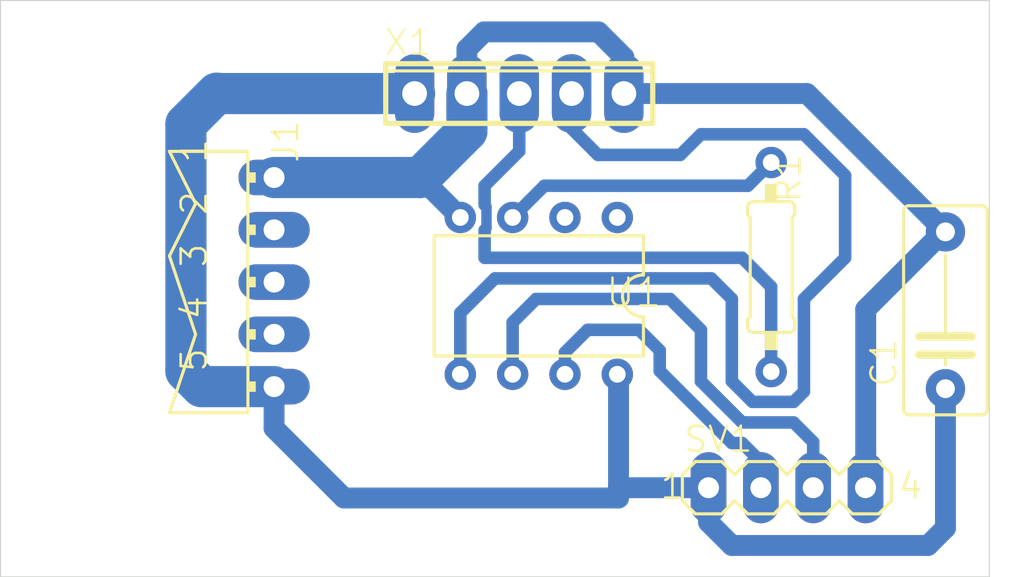
<source format=kicad_pcb>
(kicad_pcb (version 20171130) (host pcbnew 5.1.10)

  (general
    (thickness 1.6)
    (drawings 4)
    (tracks 84)
    (zones 0)
    (modules 6)
    (nets 13)
  )

  (page A4)
  (layers
    (0 Top signal)
    (31 Bottom signal)
    (32 B.Adhes user)
    (33 F.Adhes user)
    (34 B.Paste user)
    (35 F.Paste user)
    (36 B.SilkS user)
    (37 F.SilkS user)
    (38 B.Mask user)
    (39 F.Mask user)
    (40 Dwgs.User user)
    (41 Cmts.User user)
    (42 Eco1.User user)
    (43 Eco2.User user)
    (44 Edge.Cuts user)
    (45 Margin user)
    (46 B.CrtYd user)
    (47 F.CrtYd user)
    (48 B.Fab user)
    (49 F.Fab user)
  )

  (setup
    (last_trace_width 0.25)
    (trace_clearance 0.2)
    (zone_clearance 0.508)
    (zone_45_only no)
    (trace_min 0.2)
    (via_size 0.8)
    (via_drill 0.4)
    (via_min_size 0.4)
    (via_min_drill 0.3)
    (uvia_size 0.3)
    (uvia_drill 0.1)
    (uvias_allowed no)
    (uvia_min_size 0.2)
    (uvia_min_drill 0.1)
    (edge_width 0.05)
    (segment_width 0.2)
    (pcb_text_width 0.3)
    (pcb_text_size 1.5 1.5)
    (mod_edge_width 0.12)
    (mod_text_size 1 1)
    (mod_text_width 0.15)
    (pad_size 1.524 1.524)
    (pad_drill 0.762)
    (pad_to_mask_clearance 0)
    (aux_axis_origin 0 0)
    (visible_elements FFFFFF7F)
    (pcbplotparams
      (layerselection 0x010fc_ffffffff)
      (usegerberextensions false)
      (usegerberattributes true)
      (usegerberadvancedattributes true)
      (creategerberjobfile true)
      (excludeedgelayer true)
      (linewidth 0.100000)
      (plotframeref false)
      (viasonmask false)
      (mode 1)
      (useauxorigin false)
      (hpglpennumber 1)
      (hpglpenspeed 20)
      (hpglpendiameter 15.000000)
      (psnegative false)
      (psa4output false)
      (plotreference true)
      (plotvalue true)
      (plotinvisibletext false)
      (padsonsilk false)
      (subtractmaskfromsilk false)
      (outputformat 1)
      (mirror false)
      (drillshape 1)
      (scaleselection 1)
      (outputdirectory ""))
  )

  (net 0 "")
  (net 1 0)
  (net 2 "Net-(U1-Pad5)")
  (net 3 "Net-(SV1-Pad3)")
  (net 4 "Net-(R1-Pad1)")
  (net 5 "Net-(C1-Pad1)")
  (net 6 "Net-(SV1-Pad2)")
  (net 7 "Net-(U1-Pad2)")
  (net 8 "Net-(U1-Pad1)")
  (net 9 "Net-(J1-Pad4)")
  (net 10 "Net-(J1-Pad3)")
  (net 11 "Net-(J1-Pad2)")
  (net 12 "Net-(R1-Pad2)")

  (net_class Default "This is the default net class."
    (clearance 0.2)
    (trace_width 0.25)
    (via_dia 0.8)
    (via_drill 0.4)
    (uvia_dia 0.3)
    (uvia_drill 0.1)
    (add_net 0)
    (add_net "Net-(C1-Pad1)")
    (add_net "Net-(J1-Pad2)")
    (add_net "Net-(J1-Pad3)")
    (add_net "Net-(J1-Pad4)")
    (add_net "Net-(R1-Pad1)")
    (add_net "Net-(R1-Pad2)")
    (add_net "Net-(SV1-Pad2)")
    (add_net "Net-(SV1-Pad3)")
    (add_net "Net-(U1-Pad1)")
    (add_net "Net-(U1-Pad2)")
    (add_net "Net-(U1-Pad5)")
  )

  (module DrumstormLED:C7.5B4 (layer Top) (tedit 0) (tstamp 614ADBBE)
    (at 170.3711 106.0536 90)
    (descr "<B>MKS3</B>, 10 x 4 mm, grid 7.62 mm")
    (path /3BB99FBE)
    (fp_text reference C1 (at -3.81 -2.286 90) (layer F.SilkS)
      (effects (font (size 1.2065 1.2065) (thickness 0.12065)) (justify left bottom))
    )
    (fp_text value C7.5_4 (at -3.81 3.556 90) (layer F.Fab)
      (effects (font (size 1.2065 1.2065) (thickness 0.12065)) (justify left bottom))
    )
    (fp_line (start -1.27 0) (end -1.27 1.27) (layer F.SilkS) (width 0.4064))
    (fp_line (start -1.27 -1.27) (end -1.27 0) (layer F.SilkS) (width 0.4064))
    (fp_line (start -2.159 0) (end -2.159 1.27) (layer F.SilkS) (width 0.4064))
    (fp_line (start -2.159 -1.27) (end -2.159 0) (layer F.SilkS) (width 0.4064))
    (fp_line (start -2.667 0) (end -2.159 0) (layer F.SilkS) (width 0.1524))
    (fp_line (start -1.27 0) (end 2.667 0) (layer F.SilkS) (width 0.1524))
    (fp_arc (start -4.826 -1.778) (end -5.08 -1.778) (angle 90) (layer F.SilkS) (width 0.1524))
    (fp_arc (start -4.826 1.778) (end -5.08 1.778) (angle -90) (layer F.SilkS) (width 0.1524))
    (fp_arc (start 4.826 1.778) (end 4.826 2.032) (angle -90) (layer F.SilkS) (width 0.1524))
    (fp_arc (start 4.826 -1.778) (end 4.826 -2.032) (angle 90) (layer F.SilkS) (width 0.1524))
    (fp_line (start 5.08 1.778) (end 5.08 -1.778) (layer F.SilkS) (width 0.1524))
    (fp_line (start -4.826 2.032) (end 4.826 2.032) (layer F.SilkS) (width 0.1524))
    (fp_line (start -5.08 -1.778) (end -5.08 1.778) (layer F.SilkS) (width 0.1524))
    (fp_line (start 4.826 -2.032) (end -4.826 -2.032) (layer F.SilkS) (width 0.1524))
    (pad 2 thru_hole circle (at 3.81 0 90) (size 1.905 1.905) (drill 0.9144) (layers *.Cu *.Mask)
      (net 1 0) (solder_mask_margin 0.1016))
    (pad 1 thru_hole circle (at -3.81 0 90) (size 1.905 1.905) (drill 0.9144) (layers *.Cu *.Mask)
      (net 5 "Net-(C1-Pad1)") (solder_mask_margin 0.1016))
  )

  (module DrumstormLED:JU05 (layer Top) (tedit 0) (tstamp 614ADBD1)
    (at 137.7811 104.6836 270)
    (descr "<b>PIN HEADER</b>")
    (path /2CE6A523)
    (fp_text reference J1 (at -5.715 -1.27 90) (layer F.SilkS)
      (effects (font (size 1.2065 1.2065) (thickness 0.12065)) (justify left bottom))
    )
    (fp_text value JU05 (at 0 -1.27 90) (layer F.Fab)
      (effects (font (size 1.2065 1.2065) (thickness 0.12065)) (justify left bottom))
    )
    (fp_poly (pts (xy 4.826 0.889) (xy 5.334 0.889) (xy 5.334 -0.254) (xy 4.826 -0.254)) (layer F.Fab) (width 0))
    (fp_poly (pts (xy 4.826 1.27) (xy 5.334 1.27) (xy 5.334 0.889) (xy 4.826 0.889)) (layer F.SilkS) (width 0))
    (fp_poly (pts (xy 2.286 0.889) (xy 2.794 0.889) (xy 2.794 -0.254) (xy 2.286 -0.254)) (layer F.Fab) (width 0))
    (fp_poly (pts (xy 2.286 1.27) (xy 2.794 1.27) (xy 2.794 0.889) (xy 2.286 0.889)) (layer F.SilkS) (width 0))
    (fp_poly (pts (xy -0.254 0.889) (xy 0.254 0.889) (xy 0.254 -0.254) (xy -0.254 -0.254)) (layer F.Fab) (width 0))
    (fp_poly (pts (xy -0.254 1.27) (xy 0.254 1.27) (xy 0.254 0.889) (xy -0.254 0.889)) (layer F.SilkS) (width 0))
    (fp_poly (pts (xy -2.794 0.889) (xy -2.286 0.889) (xy -2.286 -0.254) (xy -2.794 -0.254)) (layer F.Fab) (width 0))
    (fp_poly (pts (xy -2.794 1.27) (xy -2.286 1.27) (xy -2.286 0.889) (xy -2.794 0.889)) (layer F.SilkS) (width 0))
    (fp_poly (pts (xy -5.334 0.889) (xy -4.826 0.889) (xy -4.826 -0.254) (xy -5.334 -0.254)) (layer F.Fab) (width 0))
    (fp_poly (pts (xy -5.334 1.27) (xy -4.826 1.27) (xy -4.826 0.889) (xy -5.334 0.889)) (layer F.SilkS) (width 0))
    (fp_text user 5 (at 4.445 3.175 270) (layer F.SilkS)
      (effects (font (size 1.2065 1.2065) (thickness 0.127)) (justify left bottom))
    )
    (fp_text user 4 (at 1.905 3.175 270) (layer F.SilkS)
      (effects (font (size 1.2065 1.2065) (thickness 0.127)) (justify left bottom))
    )
    (fp_text user 3 (at -0.635 3.175 270) (layer F.SilkS)
      (effects (font (size 1.2065 1.2065) (thickness 0.127)) (justify left bottom))
    )
    (fp_text user 2 (at -3.175 3.175 270) (layer F.SilkS)
      (effects (font (size 1.2065 1.2065) (thickness 0.127)) (justify left bottom))
    )
    (fp_text user 1 (at -5.715 3.175 270) (layer F.SilkS)
      (effects (font (size 1.2065 1.2065) (thickness 0.127)) (justify left bottom))
    )
    (fp_line (start -1.27 5.08) (end -3.81 3.81) (layer F.SilkS) (width 0.1524))
    (fp_line (start 2.54 3.81) (end -1.27 5.08) (layer F.SilkS) (width 0.1524))
    (fp_line (start 6.35 5.08) (end 2.54 3.81) (layer F.SilkS) (width 0.1524))
    (fp_line (start 6.35 1.27) (end -6.35 1.27) (layer F.SilkS) (width 0.1524))
    (fp_line (start 6.35 1.27) (end 6.35 5.08) (layer F.SilkS) (width 0.1524))
    (fp_line (start -3.81 3.81) (end -6.35 5.08) (layer F.SilkS) (width 0.1524))
    (fp_line (start -6.35 1.27) (end -6.35 5.08) (layer F.SilkS) (width 0.1524))
    (pad 5 thru_hole oval (at 5.08 0) (size 3.4544 1.7272) (drill 1.016) (layers *.Cu *.Mask)
      (net 5 "Net-(C1-Pad1)") (solder_mask_margin 0.1016))
    (pad 4 thru_hole oval (at 2.54 0) (size 3.4544 1.7272) (drill 1.016) (layers *.Cu *.Mask)
      (net 9 "Net-(J1-Pad4)") (solder_mask_margin 0.1016))
    (pad 3 thru_hole oval (at 0 0) (size 3.4544 1.7272) (drill 1.016) (layers *.Cu *.Mask)
      (net 10 "Net-(J1-Pad3)") (solder_mask_margin 0.1016))
    (pad 2 thru_hole oval (at -2.54 0) (size 3.4544 1.7272) (drill 1.016) (layers *.Cu *.Mask)
      (net 11 "Net-(J1-Pad2)") (solder_mask_margin 0.1016))
    (pad 1 thru_hole oval (at -5.08 0) (size 3.4544 1.7272) (drill 1.016) (layers *.Cu *.Mask)
      (net 1 0) (solder_mask_margin 0.1016))
  )

  (module DrumstormLED:0207_10 (layer Top) (tedit 0) (tstamp 614ADBEF)
    (at 161.9111 103.9536 270)
    (descr "<b>RESISTOR</b><p>\ntype 0207, grid 10 mm")
    (path /0283DCCD)
    (fp_text reference R1 (at -3.048 -1.524 90) (layer F.SilkS)
      (effects (font (size 1.2065 1.2065) (thickness 0.12065)) (justify left bottom))
    )
    (fp_text value R0207_10 (at -2.2606 0.635 90) (layer F.Fab)
      (effects (font (size 1.2065 1.2065) (thickness 0.12065)) (justify left bottom))
    )
    (fp_poly (pts (xy -4.0386 0.3048) (xy -3.175 0.3048) (xy -3.175 -0.3048) (xy -4.0386 -0.3048)) (layer F.SilkS) (width 0))
    (fp_poly (pts (xy 3.175 0.3048) (xy 4.0386 0.3048) (xy 4.0386 -0.3048) (xy 3.175 -0.3048)) (layer F.SilkS) (width 0))
    (fp_line (start 3.175 0.889) (end 3.175 -0.889) (layer F.SilkS) (width 0.1524))
    (fp_line (start 2.921 1.143) (end 2.54 1.143) (layer F.SilkS) (width 0.1524))
    (fp_line (start 2.921 -1.143) (end 2.54 -1.143) (layer F.SilkS) (width 0.1524))
    (fp_line (start 2.413 1.016) (end -2.413 1.016) (layer F.SilkS) (width 0.1524))
    (fp_line (start 2.413 1.016) (end 2.54 1.143) (layer F.SilkS) (width 0.1524))
    (fp_line (start 2.413 -1.016) (end -2.413 -1.016) (layer F.SilkS) (width 0.1524))
    (fp_line (start 2.413 -1.016) (end 2.54 -1.143) (layer F.SilkS) (width 0.1524))
    (fp_line (start -2.413 1.016) (end -2.54 1.143) (layer F.SilkS) (width 0.1524))
    (fp_line (start -2.921 1.143) (end -2.54 1.143) (layer F.SilkS) (width 0.1524))
    (fp_line (start -2.413 -1.016) (end -2.54 -1.143) (layer F.SilkS) (width 0.1524))
    (fp_line (start -2.921 -1.143) (end -2.54 -1.143) (layer F.SilkS) (width 0.1524))
    (fp_line (start -3.175 0.889) (end -3.175 -0.889) (layer F.SilkS) (width 0.1524))
    (fp_arc (start 2.921 -0.889) (end 2.921 -1.143) (angle 90) (layer F.SilkS) (width 0.1524))
    (fp_arc (start 2.921 0.889) (end 2.921 1.143) (angle -90) (layer F.SilkS) (width 0.1524))
    (fp_arc (start -2.921 0.889) (end -3.175 0.889) (angle -90) (layer F.SilkS) (width 0.1524))
    (fp_arc (start -2.921 -0.889) (end -3.175 -0.889) (angle 90) (layer F.SilkS) (width 0.1524))
    (fp_line (start -5.08 0) (end -4.064 0) (layer F.Fab) (width 0.6096))
    (fp_line (start 5.08 0) (end 4.064 0) (layer F.Fab) (width 0.6096))
    (pad 2 thru_hole circle (at 5.08 0 270) (size 1.524 1.524) (drill 0.8128) (layers *.Cu *.Mask)
      (net 12 "Net-(R1-Pad2)") (solder_mask_margin 0.1016))
    (pad 1 thru_hole circle (at -5.08 0 270) (size 1.524 1.524) (drill 0.8128) (layers *.Cu *.Mask)
      (net 4 "Net-(R1-Pad1)") (solder_mask_margin 0.1016))
  )

  (module DrumstormLED:MA04-1 (layer Top) (tedit 0) (tstamp 614ADC08)
    (at 162.6811 114.6736)
    (descr "<b>PIN HEADER</b>")
    (path /57E47A5C)
    (fp_text reference SV1 (at -5.08 -1.651) (layer F.SilkS)
      (effects (font (size 1.2065 1.2065) (thickness 0.12065)) (justify left bottom))
    )
    (fp_text value MA04-1 (at 0.635 -1.651) (layer F.Fab)
      (effects (font (size 1.2065 1.2065) (thickness 0.12065)) (justify left bottom))
    )
    (fp_poly (pts (xy 3.556 0.254) (xy 4.064 0.254) (xy 4.064 -0.254) (xy 3.556 -0.254)) (layer F.Fab) (width 0))
    (fp_poly (pts (xy 1.016 0.254) (xy 1.524 0.254) (xy 1.524 -0.254) (xy 1.016 -0.254)) (layer F.Fab) (width 0))
    (fp_poly (pts (xy -4.064 0.254) (xy -3.556 0.254) (xy -3.556 -0.254) (xy -4.064 -0.254)) (layer F.Fab) (width 0))
    (fp_poly (pts (xy -1.524 0.254) (xy -1.016 0.254) (xy -1.016 -0.254) (xy -1.524 -0.254)) (layer F.Fab) (width 0))
    (fp_text user 4 (at 5.334 0.635) (layer F.SilkS)
      (effects (font (size 1.2065 1.2065) (thickness 0.127)) (justify left bottom))
    )
    (fp_text user 1 (at -6.223 0.635) (layer F.SilkS)
      (effects (font (size 1.2065 1.2065) (thickness 0.127)) (justify left bottom))
    )
    (fp_line (start 4.445 1.27) (end 3.175 1.27) (layer F.SilkS) (width 0.1524))
    (fp_line (start 2.54 0.635) (end 3.175 1.27) (layer F.SilkS) (width 0.1524))
    (fp_line (start 3.175 -1.27) (end 2.54 -0.635) (layer F.SilkS) (width 0.1524))
    (fp_line (start 5.08 0.635) (end 4.445 1.27) (layer F.SilkS) (width 0.1524))
    (fp_line (start 5.08 -0.635) (end 5.08 0.635) (layer F.SilkS) (width 0.1524))
    (fp_line (start 4.445 -1.27) (end 5.08 -0.635) (layer F.SilkS) (width 0.1524))
    (fp_line (start 3.175 -1.27) (end 4.445 -1.27) (layer F.SilkS) (width 0.1524))
    (fp_line (start 0.635 1.27) (end 0 0.635) (layer F.SilkS) (width 0.1524))
    (fp_line (start 1.905 1.27) (end 0.635 1.27) (layer F.SilkS) (width 0.1524))
    (fp_line (start 2.54 0.635) (end 1.905 1.27) (layer F.SilkS) (width 0.1524))
    (fp_line (start 1.905 -1.27) (end 2.54 -0.635) (layer F.SilkS) (width 0.1524))
    (fp_line (start 0.635 -1.27) (end 1.905 -1.27) (layer F.SilkS) (width 0.1524))
    (fp_line (start 0 -0.635) (end 0.635 -1.27) (layer F.SilkS) (width 0.1524))
    (fp_line (start -3.175 1.27) (end -4.445 1.27) (layer F.SilkS) (width 0.1524))
    (fp_line (start -5.08 0.635) (end -4.445 1.27) (layer F.SilkS) (width 0.1524))
    (fp_line (start -4.445 -1.27) (end -5.08 -0.635) (layer F.SilkS) (width 0.1524))
    (fp_line (start -5.08 -0.635) (end -5.08 0.635) (layer F.SilkS) (width 0.1524))
    (fp_line (start -1.905 1.27) (end -2.54 0.635) (layer F.SilkS) (width 0.1524))
    (fp_line (start -0.635 1.27) (end -1.905 1.27) (layer F.SilkS) (width 0.1524))
    (fp_line (start 0 0.635) (end -0.635 1.27) (layer F.SilkS) (width 0.1524))
    (fp_line (start -0.635 -1.27) (end 0 -0.635) (layer F.SilkS) (width 0.1524))
    (fp_line (start -1.905 -1.27) (end -0.635 -1.27) (layer F.SilkS) (width 0.1524))
    (fp_line (start -2.54 -0.635) (end -1.905 -1.27) (layer F.SilkS) (width 0.1524))
    (fp_line (start -2.54 0.635) (end -3.175 1.27) (layer F.SilkS) (width 0.1524))
    (fp_line (start -3.175 -1.27) (end -2.54 -0.635) (layer F.SilkS) (width 0.1524))
    (fp_line (start -4.445 -1.27) (end -3.175 -1.27) (layer F.SilkS) (width 0.1524))
    (pad 4 thru_hole oval (at 3.81 0 90) (size 3.4544 1.7272) (drill 1.016) (layers *.Cu *.Mask)
      (net 1 0) (solder_mask_margin 0.1016))
    (pad 3 thru_hole oval (at 1.27 0 90) (size 3.4544 1.7272) (drill 1.016) (layers *.Cu *.Mask)
      (net 3 "Net-(SV1-Pad3)") (solder_mask_margin 0.1016))
    (pad 2 thru_hole oval (at -1.27 0 90) (size 3.4544 1.7272) (drill 1.016) (layers *.Cu *.Mask)
      (net 6 "Net-(SV1-Pad2)") (solder_mask_margin 0.1016))
    (pad 1 thru_hole oval (at -3.81 0 90) (size 3.4544 1.7272) (drill 1.016) (layers *.Cu *.Mask)
      (net 5 "Net-(C1-Pad1)") (solder_mask_margin 0.1016))
  )

  (module DrumstormLED:PDIP08_300MIL (layer Top) (tedit 0) (tstamp 614ADC2F)
    (at 150.6311 105.3536 180)
    (descr "<b>DIL08 300mil</b>")
    (path /F9562130)
    (fp_text reference U1 (at -3.175 -0.635) (layer F.SilkS)
      (effects (font (size 1.35128 1.35128) (thickness 0.121615)) (justify left bottom))
    )
    (fp_text value ATTINY85P (at -3.175 1.905) (layer F.Fab)
      (effects (font (size 1.35128 1.35128) (thickness 0.121615)) (justify left bottom))
    )
    (fp_line (start -5.715 5.08) (end -5.715 -5.08) (layer Dwgs.User) (width 0.1016))
    (fp_line (start 5.715 5.08) (end -5.715 5.08) (layer Dwgs.User) (width 0.1016))
    (fp_line (start 5.715 -5.08) (end 5.715 5.08) (layer Dwgs.User) (width 0.1016))
    (fp_line (start -5.715 -5.08) (end 5.715 -5.08) (layer Dwgs.User) (width 0.1016))
    (fp_arc (start -5.08 0) (end -5.08 -1.016) (angle 180) (layer F.SilkS) (width 0.1524))
    (fp_line (start -5.08 2.921) (end -5.08 1.016) (layer F.SilkS) (width 0.1524))
    (fp_line (start -5.08 -2.921) (end -5.08 -1.016) (layer F.SilkS) (width 0.1524))
    (fp_line (start 5.08 -2.921) (end 5.08 2.921) (layer F.SilkS) (width 0.1524))
    (fp_line (start -5.08 2.921) (end 5.08 2.921) (layer F.SilkS) (width 0.1524))
    (fp_line (start 5.08 -2.921) (end -5.08 -2.921) (layer F.SilkS) (width 0.1524))
    (pad 5 thru_hole circle (at 3.81 -3.81 270) (size 1.524 1.524) (drill 0.8128) (layers *.Cu *.Mask)
      (net 2 "Net-(U1-Pad5)") (solder_mask_margin 0.1016))
    (pad 6 thru_hole circle (at 1.27 -3.81 270) (size 1.524 1.524) (drill 0.8128) (layers *.Cu *.Mask)
      (net 3 "Net-(SV1-Pad3)") (solder_mask_margin 0.1016))
    (pad 4 thru_hole circle (at 3.81 3.81 270) (size 1.524 1.524) (drill 0.8128) (layers *.Cu *.Mask)
      (net 1 0) (solder_mask_margin 0.1016))
    (pad 3 thru_hole circle (at 1.27 3.81 270) (size 1.524 1.524) (drill 0.8128) (layers *.Cu *.Mask)
      (net 4 "Net-(R1-Pad1)") (solder_mask_margin 0.1016))
    (pad 8 thru_hole circle (at -3.81 -3.81 270) (size 1.524 1.524) (drill 0.8128) (layers *.Cu *.Mask)
      (net 5 "Net-(C1-Pad1)") (solder_mask_margin 0.1016))
    (pad 7 thru_hole circle (at -1.27 -3.81 270) (size 1.524 1.524) (drill 0.8128) (layers *.Cu *.Mask)
      (net 6 "Net-(SV1-Pad2)") (solder_mask_margin 0.1016))
    (pad 2 thru_hole circle (at -1.27 3.81 270) (size 1.524 1.524) (drill 0.8128) (layers *.Cu *.Mask)
      (net 7 "Net-(U1-Pad2)") (solder_mask_margin 0.1016))
    (pad 1 thru_hole circle (at -3.81 3.81 270) (size 1.524 1.524) (drill 0.8128) (layers *.Cu *.Mask)
      (net 8 "Net-(U1-Pad1)") (solder_mask_margin 0.1016))
  )

  (module DrumstormLED:5POL254 (layer Top) (tedit 0) (tstamp 614ADC44)
    (at 149.6811 95.5236)
    (descr "<b>PHOENIX CONNECTOR</b>")
    (path /753049C4)
    (fp_text reference X1 (at -6.604 -1.778) (layer F.SilkS)
      (effects (font (size 1.2065 1.2065) (thickness 0.09652)) (justify left bottom))
    )
    (fp_text value MPT5 (at -6.604 3.048) (layer F.Fab)
      (effects (font (size 1.2065 1.2065) (thickness 0.09652)) (justify left bottom))
    )
    (fp_circle (center 5.08 0) (end 5.969 0) (layer F.Fab) (width 0.1524))
    (fp_circle (center 2.54 0) (end 3.429 0) (layer F.Fab) (width 0.1524))
    (fp_circle (center 0 0) (end 0.889 0) (layer F.Fab) (width 0.1524))
    (fp_circle (center -2.54 0) (end -1.651 0) (layer F.Fab) (width 0.1524))
    (fp_circle (center -5.08 0) (end -4.191 0) (layer F.Fab) (width 0.1524))
    (fp_line (start 4.318 0.254) (end 5.842 -0.127) (layer F.Fab) (width 0.1524))
    (fp_line (start 1.778 -0.381) (end 3.302 0.381) (layer F.Fab) (width 0.1524))
    (fp_line (start -0.508 -0.635) (end 0.508 0.635) (layer F.Fab) (width 0.1524))
    (fp_line (start -3.302 0.254) (end -1.778 -0.127) (layer F.Fab) (width 0.1524))
    (fp_line (start -5.715 0.508) (end -4.572 -0.635) (layer F.Fab) (width 0.1524))
    (fp_line (start -6.37 -1.1) (end 6.37 -1.1) (layer F.SilkS) (width 0.1524))
    (fp_line (start -6.48 -1.45) (end -6.48 1.45) (layer F.SilkS) (width 0.254))
    (fp_line (start 6.48 -1.45) (end -6.48 -1.45) (layer F.SilkS) (width 0.254))
    (fp_line (start 6.48 1.45) (end 6.48 -1.45) (layer F.SilkS) (width 0.254))
    (fp_line (start -6.48 1.45) (end 6.48 1.45) (layer F.SilkS) (width 0.254))
    (pad 5 thru_hole oval (at 5.08 0 90) (size 3.8224 1.9112) (drill 1.2) (layers *.Cu *.Mask)
      (net 1 0) (solder_mask_margin 0.1016))
    (pad 4 thru_hole oval (at 2.54 0 90) (size 3.8224 1.9112) (drill 1.2) (layers *.Cu *.Mask)
      (net 2 "Net-(U1-Pad5)") (solder_mask_margin 0.1016))
    (pad 3 thru_hole oval (at 0 0 90) (size 3.8224 1.9112) (drill 1.2) (layers *.Cu *.Mask)
      (net 12 "Net-(R1-Pad2)") (solder_mask_margin 0.1016))
    (pad 2 thru_hole oval (at -2.54 0 90) (size 3.8224 1.9112) (drill 1.2) (layers *.Cu *.Mask)
      (net 1 0) (solder_mask_margin 0.1016))
    (pad 1 thru_hole oval (at -5.08 0 90) (size 3.8224 1.9112) (drill 1.2) (layers *.Cu *.Mask)
      (net 5 "Net-(C1-Pad1)") (solder_mask_margin 0.1016))
  )

  (gr_line (start 124.5011 119.0036) (end 124.5011 91.0036) (layer Edge.Cuts) (width 0.05) (tstamp D4D1D300))
  (gr_line (start 124.5011 91.0036) (end 172.5011 91.0036) (layer Edge.Cuts) (width 0.05) (tstamp D4D1D730))
  (gr_line (start 172.5011 91.0036) (end 172.5011 119.0036) (layer Edge.Cuts) (width 0.05) (tstamp D4D1DB30))
  (gr_line (start 172.5011 119.0036) (end 124.5011 119.0036) (layer Edge.Cuts) (width 0.05) (tstamp D4D1DF30))

  (segment (start 137.7811 99.6036) (end 144.8811 99.6036) (width 2) (layer Bottom) (net 1) (tstamp D8060DC0))
  (segment (start 144.8811 99.6036) (end 146.8211 101.5436) (width 1.016) (layer Bottom) (net 1) (tstamp D8061270))
  (segment (start 154.7611 95.5236) (end 154.7611 93.7636) (width 1.016) (layer Bottom) (net 1) (tstamp D8061740))
  (segment (start 153.5251 92.5276) (end 154.7611 93.7636) (width 1.016) (layer Bottom) (net 1) (tstamp D8061BE0))
  (segment (start 147.1411 95.5236) (end 147.1411 93.3636) (width 1.016) (layer Bottom) (net 1) (tstamp D80620A0))
  (segment (start 147.1411 93.3636) (end 147.9771 92.5276) (width 1.016) (layer Bottom) (net 1) (tstamp D8062540))
  (segment (start 147.9771 92.5276) (end 153.5251 92.5276) (width 1.016) (layer Bottom) (net 1) (tstamp D8062A00))
  (segment (start 147.1411 95.5236) (end 147.1411 97.3436) (width 2) (layer Bottom) (net 1) (tstamp D8062EE0))
  (segment (start 147.1411 97.3436) (end 144.8811 99.6036) (width 2) (layer Bottom) (net 1) (tstamp D8063360))
  (segment (start 170.3711 102.2436) (end 163.6511 95.5236) (width 1.016) (layer Bottom) (net 1) (tstamp D80637E0))
  (segment (start 163.6511 95.5236) (end 154.7611 95.5236) (width 1.016) (layer Bottom) (net 1) (tstamp D8063C80))
  (segment (start 166.5011 106.0036) (end 166.5011 114.6636) (width 1.016) (layer Bottom) (net 1) (tstamp D8064120))
  (segment (start 166.4911 114.6736) (end 166.5011 114.6636) (width 1.016) (layer Bottom) (net 1) (tstamp D8064560))
  (segment (start 166.5011 106.0036) (end 170.2611 102.2436) (width 1.016) (layer Bottom) (net 1) (tstamp D80649E0))
  (segment (start 170.2611 102.2436) (end 170.3711 102.2436) (width 1.016) (layer Bottom) (net 1) (tstamp D8064E40))
  (segment (start 158.8711 115.8496) (end 158.8711 115.0036) (width 1.016) (layer Bottom) (net 5) (tstamp D8065E40))
  (segment (start 158.8711 115.0036) (end 158.8711 114.6736) (width 1.016) (layer Bottom) (net 5) (tstamp D8066320))
  (segment (start 137.7811 109.7636) (end 137.7811 111.7836) (width 1.016) (layer Bottom) (net 5) (tstamp D80667A0))
  (segment (start 141.1711 115.1736) (end 154.5011 115.1736) (width 1.016) (layer Bottom) (net 5) (tstamp D8066C40))
  (segment (start 154.5011 114.6736) (end 158.8711 114.6736) (width 1.016) (layer Bottom) (net 5) (tstamp D80670C0))
  (segment (start 137.7811 111.7836) (end 141.1711 115.1736) (width 1.016) (layer Bottom) (net 5) (tstamp D8067540))
  (segment (start 154.4411 109.1636) (end 154.5011 109.2236) (width 1.016) (layer Bottom) (net 5) (tstamp D80679E0))
  (segment (start 154.5011 109.2236) (end 154.5011 114.6736) (width 1.016) (layer Bottom) (net 5) (tstamp D8067E60))
  (segment (start 154.5011 114.6736) (end 154.5011 115.1736) (width 1.016) (layer Bottom) (net 5) (tstamp D80682C0))
  (segment (start 144.6011 95.5236) (end 135.0211 95.5236) (width 2) (layer Bottom) (net 5) (tstamp D8068720))
  (segment (start 135.0211 95.5236) (end 135.0011 95.5036) (width 1.016) (layer Bottom) (net 5) (tstamp D8068BA0))
  (segment (start 135.0011 95.5036) (end 133.5011 97.0036) (width 2) (layer Bottom) (net 5) (tstamp D8069040))
  (segment (start 133.5011 109.0036) (end 134.2611 109.7636) (width 2) (layer Bottom) (net 5) (tstamp D8069480))
  (segment (start 134.2611 109.7636) (end 137.7811 109.7636) (width 2) (layer Bottom) (net 5) (tstamp D80698C0))
  (segment (start 133.5011 97.0036) (end 133.5011 109.0036) (width 2) (layer Bottom) (net 5) (tstamp D8069D40))
  (segment (start 170.3711 116.6336) (end 169.5251 117.4796) (width 1.016) (layer Bottom) (net 5) (tstamp D806A140))
  (segment (start 170.3711 109.8636) (end 170.3711 116.6336) (width 1.016) (layer Bottom) (net 5) (tstamp D806A5F0))
  (segment (start 160.0011 117.4796) (end 158.8711 116.3496) (width 1.016) (layer Bottom) (net 5) (tstamp D806AA90))
  (segment (start 158.8711 116.3496) (end 158.8711 115.8496) (width 1.016) (layer Bottom) (net 5) (tstamp D806AF30))
  (segment (start 169.5251 117.4796) (end 160.0011 117.4796) (width 1.016) (layer Bottom) (net 5) (tstamp D806B3D0))
  (segment (start 161.9111 98.8736) (end 160.7811 100.0036) (width 0.6096) (layer Bottom) (net 4) (tstamp D806BDB0))
  (segment (start 150.9011 100.0036) (end 149.3611 101.5436) (width 0.6096) (layer Bottom) (net 4) (tstamp D806C270))
  (segment (start 160.7811 100.0036) (end 150.9011 100.0036) (width 0.6096) (layer Bottom) (net 4) (tstamp D806C700))
  (segment (start 161.9111 109.0336) (end 161.9111 104.9136) (width 0.6096) (layer Bottom) (net 12) (tstamp D806D0D0))
  (segment (start 160.5011 103.5036) (end 148.0011 103.5036) (width 0.6096) (layer Bottom) (net 12) (tstamp D806D5B0))
  (segment (start 149.6811 98.3236) (end 149.6811 95.5236) (width 0.6096) (layer Bottom) (net 12) (tstamp D806DA40))
  (segment (start 161.9111 104.9136) (end 160.5011 103.5036) (width 0.6096) (layer Bottom) (net 12) (tstamp D806DEF0))
  (segment (start 148.0011 100.0036) (end 149.6811 98.3236) (width 0.6096) (layer Bottom) (net 12) (tstamp D806E380))
  (segment (start 148.0011 103.5036) (end 148.0011 102.159657) (width 0.6096) (layer Bottom) (net 12) (tstamp D806E810))
  (segment (start 148.0011 102.159657) (end 148.0911 102.069657) (width 0.508) (layer Bottom) (net 12) (tstamp D806ECE0))
  (segment (start 148.0911 102.069657) (end 148.0911 101.017544) (width 0.508) (layer Bottom) (net 12) (tstamp D806F1F0))
  (segment (start 148.0911 101.017544) (end 148.0011 100.927544) (width 0.508) (layer Bottom) (net 12) (tstamp D806F6D0))
  (segment (start 148.0011 100.927544) (end 148.0011 100.0036) (width 0.6096) (layer Bottom) (net 12) (tstamp D806FBB0))
  (segment (start 152.2211 95.5236) (end 152.2211 97.2236) (width 0.6096) (layer Bottom) (net 2) (tstamp D8070590))
  (segment (start 163.5011 97.5036) (end 165.5011 99.5036) (width 0.6096) (layer Bottom) (net 2) (tstamp D8070A70))
  (segment (start 165.5011 99.5036) (end 165.5011 103.5036) (width 0.6096) (layer Bottom) (net 2) (tstamp D8070EE0))
  (segment (start 152.2211 97.2236) (end 153.5011 98.5036) (width 0.6096) (layer Bottom) (net 2) (tstamp D8071350))
  (segment (start 163.5011 105.5036) (end 165.5011 103.5036) (width 0.6096) (layer Bottom) (net 2) (tstamp D80717E0))
  (segment (start 159.0011 104.5036) (end 160.0011 105.5036) (width 0.6096) (layer Bottom) (net 2) (tstamp D8071C50))
  (segment (start 146.8211 106.1836) (end 146.8211 109.1636) (width 0.6096) (layer Bottom) (net 2) (tstamp D8072100))
  (segment (start 159.0011 104.5036) (end 148.5011 104.5036) (width 0.6096) (layer Bottom) (net 2) (tstamp D80725B0))
  (segment (start 148.5011 104.5036) (end 146.8211 106.1836) (width 0.6096) (layer Bottom) (net 2) (tstamp D8072A40))
  (segment (start 153.5011 98.5036) (end 157.5011 98.5036) (width 0.6096) (layer Bottom) (net 2) (tstamp D8072ED0))
  (segment (start 157.5011 98.5036) (end 158.5011 97.5036) (width 0.6096) (layer Bottom) (net 2) (tstamp D8073340))
  (segment (start 158.5011 97.5036) (end 163.5011 97.5036) (width 0.6096) (layer Bottom) (net 2) (tstamp D80737B0))
  (segment (start 160.0011 105.5036) (end 160.0011 109.5036) (width 0.6096) (layer Bottom) (net 2) (tstamp D8073C20))
  (segment (start 160.0011 109.5036) (end 161.0011 110.5036) (width 0.6096) (layer Bottom) (net 2) (tstamp D80740B0))
  (segment (start 163.0011 110.5036) (end 163.5011 110.0036) (width 0.6096) (layer Bottom) (net 2) (tstamp D8074520))
  (segment (start 163.5011 110.0036) (end 163.5011 105.5036) (width 0.6096) (layer Bottom) (net 2) (tstamp D8074970))
  (segment (start 161.0011 110.5036) (end 163.0011 110.5036) (width 0.6096) (layer Bottom) (net 2) (tstamp D8074DC0))
  (segment (start 149.3611 109.1636) (end 149.3611 106.6436) (width 0.6096) (layer Bottom) (net 3) (tstamp D8075790))
  (segment (start 149.3611 106.6436) (end 150.5011 105.5036) (width 0.6096) (layer Bottom) (net 3) (tstamp D8075C70))
  (segment (start 150.5011 105.5036) (end 157.0011 105.5036) (width 0.6096) (layer Bottom) (net 3) (tstamp D8076100))
  (segment (start 157.0011 105.5036) (end 158.5011 107.0036) (width 0.6096) (layer Bottom) (net 3) (tstamp D8076590))
  (segment (start 158.5011 107.0036) (end 158.5011 109.5036) (width 0.6096) (layer Bottom) (net 3) (tstamp D8076A00))
  (segment (start 158.5011 109.5036) (end 160.5011 111.5036) (width 0.6096) (layer Bottom) (net 3) (tstamp D8076E30))
  (segment (start 160.5011 111.5036) (end 163.0011 111.5036) (width 0.6096) (layer Bottom) (net 3) (tstamp D8077260))
  (segment (start 163.0011 111.5036) (end 163.9511 112.4536) (width 0.6096) (layer Bottom) (net 3) (tstamp D80776B0))
  (segment (start 163.9511 112.4536) (end 163.9511 114.6736) (width 0.6096) (layer Bottom) (net 3) (tstamp D8077B40))
  (segment (start 156.5011 108.0036) (end 155.5011 107.0036) (width 0.6096) (layer Bottom) (net 6) (tstamp D803CFA0))
  (segment (start 155.5011 107.0036) (end 153.0011 107.0036) (width 0.6096) (layer Bottom) (net 6) (tstamp D803D400))
  (segment (start 153.0011 107.0036) (end 151.9011 108.1036) (width 0.6096) (layer Bottom) (net 6) (tstamp D803D850))
  (segment (start 151.9011 108.1036) (end 151.9011 109.1636) (width 0.6096) (layer Bottom) (net 6) (tstamp D803DCE0))
  (segment (start 161.4111 114.6736) (end 161.4111 113.5936) (width 0.6096) (layer Bottom) (net 6) (tstamp D803E190))
  (segment (start 161.4111 113.5936) (end 161.5011 113.5036) (width 0.6096) (layer Bottom) (net 6) (tstamp D803E640))
  (segment (start 161.5011 113.5036) (end 160.5011 112.5036) (width 0.6096) (layer Bottom) (net 6) (tstamp D803EAB0))
  (segment (start 160.5011 112.5036) (end 160.0011 112.5036) (width 0.6096) (layer Bottom) (net 6) (tstamp D803EEE0))
  (segment (start 160.0011 112.5036) (end 156.5011 109.0036) (width 0.6096) (layer Bottom) (net 6) (tstamp D803F330))
  (segment (start 156.5011 109.0036) (end 156.5011 108.0036) (width 0.6096) (layer Bottom) (net 6) (tstamp D803F780))

)

</source>
